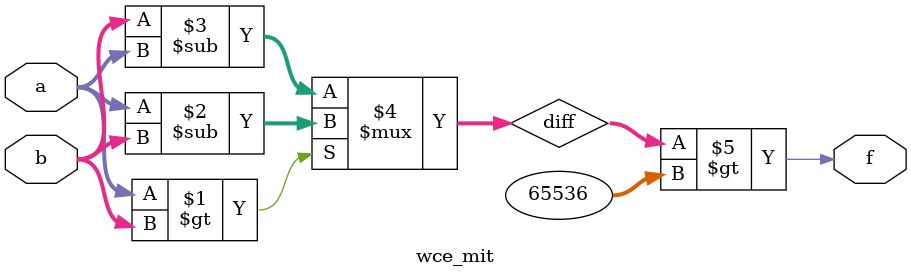
<source format=v>
module wce_mit(a, b, f);
parameter _bit = 64;
parameter wce = 65536;
input [_bit - 1: 0] a;
input [_bit - 1: 0] b;
output f;
wire [_bit - 1: 0] diff;
assign diff = (a > b)? (a - b): (b - a);
assign f = (diff > wce);
endmodule

</source>
